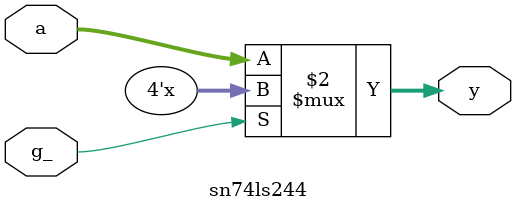
<source format=v>


module sn74ls244(a, y, g_);
parameter WIDTH=4;
input [WIDTH-1:0] a;
output [WIDTH-1:0] y;
input g_;

assign y = (g_==1'b0) ? a : {WIDTH{1'bz}};
endmodule

</source>
